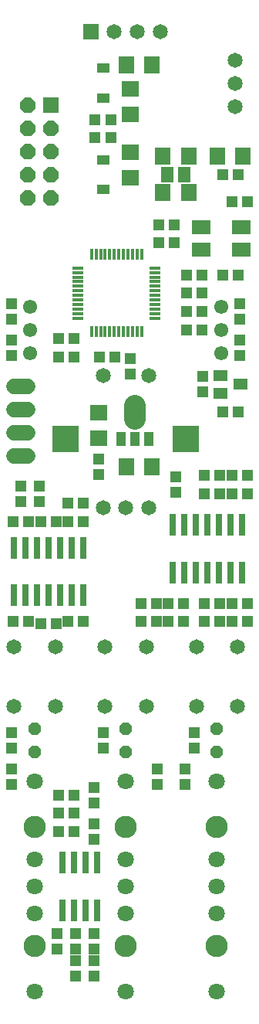
<source format=gbr>
G04 EAGLE Gerber RS-274X export*
G75*
%MOMM*%
%FSLAX34Y34*%
%LPD*%
%INSoldermask Bottom*%
%IPPOS*%
%AMOC8*
5,1,8,0,0,1.08239X$1,22.5*%
G01*
%ADD10C,1.802400*%
%ADD11C,2.438400*%
%ADD12R,1.152400X0.352400*%
%ADD13R,0.352400X1.152400*%
%ADD14P,1.484606X8X292.500000*%
%ADD15C,1.652400*%
%ADD16R,0.752400X2.352400*%
%ADD17C,1.552400*%
%ADD18R,3.002400X3.002400*%
%ADD19R,1.652400X1.652400*%
%ADD20R,2.052400X1.552400*%
%ADD21R,1.252400X1.152400*%
%ADD22R,1.152400X1.252400*%
%ADD23R,1.676400X1.676400*%
%ADD24P,1.814519X8X292.500000*%
%ADD25C,2.352400*%
%ADD26R,1.050000X1.575000*%
%ADD27C,1.676400*%
%ADD28R,1.752400X1.952400*%
%ADD29R,1.952400X1.752400*%
%ADD30R,1.452400X1.652400*%
%ADD31R,1.372400X1.062400*%
%ADD32R,1.552400X1.152400*%


D10*
X45000Y245000D03*
X45000Y160000D03*
X45000Y130000D03*
D11*
X45000Y195000D03*
D10*
X145000Y245000D03*
X145000Y160000D03*
X145000Y130000D03*
D11*
X145000Y195000D03*
D10*
X245000Y245000D03*
X245000Y160000D03*
X245000Y130000D03*
D11*
X245000Y195000D03*
D10*
X45000Y15000D03*
X45000Y100000D03*
X45000Y130000D03*
D11*
X45000Y65000D03*
D10*
X145000Y15000D03*
X145000Y100000D03*
X145000Y130000D03*
D11*
X145000Y65000D03*
D10*
X245000Y15000D03*
X245000Y100000D03*
X245000Y130000D03*
D11*
X245000Y65000D03*
D12*
X177500Y807500D03*
X177500Y802500D03*
X177500Y797500D03*
X177500Y792500D03*
X177500Y787500D03*
X177500Y782500D03*
X177500Y777500D03*
X177500Y772500D03*
X177500Y767500D03*
X177500Y762500D03*
X177500Y757500D03*
X177500Y752500D03*
D13*
X162500Y737500D03*
X157500Y737500D03*
X152500Y737500D03*
X147500Y737500D03*
X142500Y737500D03*
X137500Y737500D03*
X132500Y737500D03*
X127500Y737500D03*
X122500Y737500D03*
X117500Y737500D03*
X112500Y737500D03*
X107500Y737500D03*
D12*
X92500Y752500D03*
X92500Y757500D03*
X92500Y762500D03*
X92500Y767500D03*
X92500Y772500D03*
X92500Y777500D03*
X92500Y782500D03*
X92500Y787500D03*
X92500Y792500D03*
X92500Y797500D03*
X92500Y802500D03*
X92500Y807500D03*
D13*
X107500Y822500D03*
X112500Y822500D03*
X117500Y822500D03*
X122500Y822500D03*
X127500Y822500D03*
X132500Y822500D03*
X137500Y822500D03*
X142500Y822500D03*
X147500Y822500D03*
X152500Y822500D03*
X157500Y822500D03*
X162500Y822500D03*
D14*
X45000Y302700D03*
X45000Y277300D03*
X145000Y302700D03*
X145000Y277300D03*
X245000Y302700D03*
X245000Y277300D03*
D15*
X265000Y1035400D03*
X265000Y1010000D03*
X265000Y984600D03*
D16*
X196900Y526000D03*
X209600Y526000D03*
X222300Y526000D03*
X235000Y526000D03*
X247700Y526000D03*
X260400Y526000D03*
X273100Y526000D03*
X273100Y474000D03*
X260400Y474000D03*
X247700Y474000D03*
X235000Y474000D03*
X222300Y474000D03*
X209600Y474000D03*
X196900Y474000D03*
X21900Y501000D03*
X34600Y501000D03*
X47300Y501000D03*
X60000Y501000D03*
X72700Y501000D03*
X85400Y501000D03*
X98100Y501000D03*
X98100Y449000D03*
X85400Y449000D03*
X72700Y449000D03*
X60000Y449000D03*
X47300Y449000D03*
X34600Y449000D03*
X21900Y449000D03*
D17*
X40000Y714600D03*
X40000Y740000D03*
X40000Y765400D03*
X250000Y714600D03*
X250000Y740000D03*
X250000Y765400D03*
D15*
X67500Y327500D03*
X67500Y392500D03*
X22500Y327500D03*
X22500Y392500D03*
X167500Y327500D03*
X167500Y392500D03*
X122500Y327500D03*
X122500Y392500D03*
X267500Y327500D03*
X267500Y392500D03*
X222500Y327500D03*
X222500Y392500D03*
X120000Y690000D03*
X170000Y690000D03*
X120000Y545000D03*
X145000Y545000D03*
X170000Y545000D03*
D18*
X79000Y620000D03*
X211000Y620000D03*
D19*
X106900Y1066000D03*
D15*
X132300Y1066000D03*
X157700Y1066000D03*
X183100Y1066000D03*
D16*
X88650Y156000D03*
X88650Y104000D03*
X75950Y156000D03*
X101350Y156000D03*
X114050Y156000D03*
X75950Y104000D03*
X101350Y104000D03*
X114050Y104000D03*
D20*
X228000Y852000D03*
X272000Y852000D03*
X272000Y828000D03*
X228000Y828000D03*
D21*
X20000Y281500D03*
X20000Y298500D03*
X120000Y281500D03*
X120000Y298500D03*
X220000Y281500D03*
X220000Y298500D03*
X20000Y711500D03*
X20000Y728500D03*
X20000Y751500D03*
X20000Y768500D03*
X270000Y711500D03*
X270000Y728500D03*
X270000Y768500D03*
X270000Y751500D03*
D22*
X81500Y420000D03*
X98500Y420000D03*
D21*
X20000Y241500D03*
X20000Y258500D03*
D22*
X38500Y420000D03*
X21500Y420000D03*
D21*
X180000Y241500D03*
X180000Y258500D03*
D22*
X81500Y530000D03*
X98500Y530000D03*
D21*
X210000Y241500D03*
X210000Y258500D03*
D22*
X88500Y210000D03*
X71500Y210000D03*
D21*
X110000Y238500D03*
X110000Y221500D03*
X88500Y190000D03*
X71500Y190000D03*
X110000Y48500D03*
X110000Y31500D03*
X110000Y78500D03*
X110000Y61500D03*
D22*
X90000Y78500D03*
X90000Y61500D03*
D21*
X50000Y551500D03*
X50000Y568500D03*
D22*
X98500Y550000D03*
X81500Y550000D03*
D21*
X38500Y530000D03*
X21500Y530000D03*
D22*
X88500Y230000D03*
X71500Y230000D03*
D21*
X90000Y48500D03*
X90000Y31500D03*
X30000Y551500D03*
X30000Y568500D03*
D23*
X62700Y985800D03*
D24*
X37300Y985800D03*
X62700Y960400D03*
X37300Y960400D03*
X62700Y935000D03*
X37300Y935000D03*
X62700Y909600D03*
X37300Y909600D03*
X62700Y884200D03*
X37300Y884200D03*
D22*
X178500Y420000D03*
X161500Y420000D03*
X208500Y440000D03*
X191500Y440000D03*
D21*
X178500Y440000D03*
X161500Y440000D03*
D22*
X208500Y420000D03*
X191500Y420000D03*
X261500Y420000D03*
X278500Y420000D03*
X231500Y440000D03*
X248500Y440000D03*
D21*
X261500Y440000D03*
X278500Y440000D03*
D22*
X231500Y420000D03*
X248500Y420000D03*
X261500Y580000D03*
X278500Y580000D03*
X231500Y560000D03*
X248500Y560000D03*
D21*
X261500Y560000D03*
X278500Y560000D03*
D22*
X231500Y580000D03*
X248500Y580000D03*
D25*
X155000Y641900D02*
X155000Y656900D01*
D26*
X170000Y620125D03*
X140000Y620125D03*
X155000Y620125D03*
D27*
X37620Y678100D02*
X22380Y678100D01*
X22380Y652700D02*
X37620Y652700D01*
X37620Y627300D02*
X22380Y627300D01*
X22380Y601900D02*
X37620Y601900D01*
D22*
X211500Y800000D03*
X228500Y800000D03*
D21*
X211500Y780000D03*
X228500Y780000D03*
X198500Y835000D03*
X181500Y835000D03*
X198500Y855000D03*
X181500Y855000D03*
X116500Y710000D03*
X133500Y710000D03*
D22*
X150000Y691500D03*
X150000Y708500D03*
D21*
X228500Y760000D03*
X211500Y760000D03*
X228500Y740000D03*
X211500Y740000D03*
X71500Y730000D03*
X88500Y730000D03*
X71500Y710000D03*
X88500Y710000D03*
D22*
X111500Y950000D03*
X128500Y950000D03*
D28*
X174000Y590000D03*
X146000Y590000D03*
D29*
X115000Y621000D03*
X115000Y649000D03*
D28*
X274000Y930000D03*
X246000Y930000D03*
X214000Y930000D03*
X186000Y930000D03*
X186000Y890000D03*
X214000Y890000D03*
D30*
X190500Y910000D03*
X209500Y910000D03*
D22*
X111500Y970000D03*
X128500Y970000D03*
D21*
X115000Y581500D03*
X115000Y598500D03*
D31*
X120000Y893750D03*
X120000Y926250D03*
X120000Y993750D03*
X120000Y1026250D03*
D29*
X150000Y934000D03*
X150000Y906000D03*
X150000Y1004000D03*
X150000Y976000D03*
D21*
X251500Y910000D03*
X268500Y910000D03*
D32*
X271000Y680000D03*
X249000Y689500D03*
X249000Y670500D03*
D21*
X251500Y650000D03*
X268500Y650000D03*
X230000Y688500D03*
X230000Y671500D03*
X251500Y800000D03*
X268500Y800000D03*
X278500Y880000D03*
X261500Y880000D03*
D22*
X110000Y181500D03*
X110000Y198500D03*
X70000Y61500D03*
X70000Y78500D03*
X200000Y578500D03*
X200000Y561500D03*
D21*
X68500Y530000D03*
X51500Y530000D03*
X68500Y418000D03*
X51500Y418000D03*
D28*
X146000Y1030000D03*
X174000Y1030000D03*
M02*

</source>
